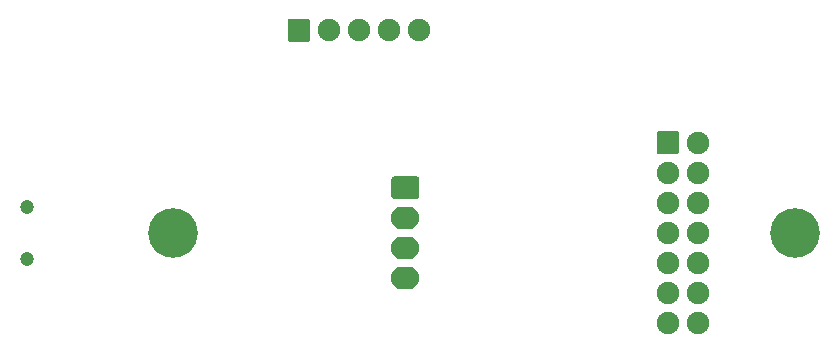
<source format=gbs>
G04 #@! TF.GenerationSoftware,KiCad,Pcbnew,(5.1.10)-1*
G04 #@! TF.CreationDate,2021-07-15T21:28:37+02:00*
G04 #@! TF.ProjectId,MSPBMP,4d535042-4d50-42e6-9b69-6361645f7063,rev?*
G04 #@! TF.SameCoordinates,Original*
G04 #@! TF.FileFunction,Soldermask,Bot*
G04 #@! TF.FilePolarity,Negative*
%FSLAX46Y46*%
G04 Gerber Fmt 4.6, Leading zero omitted, Abs format (unit mm)*
G04 Created by KiCad (PCBNEW (5.1.10)-1) date 2021-07-15 21:28:37*
%MOMM*%
%LPD*%
G01*
G04 APERTURE LIST*
%ADD10C,1.200000*%
%ADD11O,1.900000X1.900000*%
%ADD12C,4.200000*%
%ADD13O,2.390000X1.940000*%
G04 APERTURE END LIST*
D10*
X67675000Y-67650000D03*
X67675000Y-72050000D03*
D11*
X100835000Y-52725000D03*
X98295000Y-52725000D03*
X95755000Y-52725000D03*
X93215000Y-52725000D03*
G36*
G01*
X91525000Y-53675000D02*
X89825000Y-53675000D01*
G75*
G02*
X89725000Y-53575000I0J100000D01*
G01*
X89725000Y-51875000D01*
G75*
G02*
X89825000Y-51775000I100000J0D01*
G01*
X91525000Y-51775000D01*
G75*
G02*
X91625000Y-51875000I0J-100000D01*
G01*
X91625000Y-53575000D01*
G75*
G02*
X91525000Y-53675000I-100000J0D01*
G01*
G37*
D12*
X132715000Y-69850000D03*
X80010000Y-69850000D03*
D13*
X99695000Y-73660000D03*
X99695000Y-71120000D03*
X99695000Y-68580000D03*
G36*
G01*
X98778734Y-65070000D02*
X100611266Y-65070000D01*
G75*
G02*
X100890000Y-65348734I0J-278734D01*
G01*
X100890000Y-66731266D01*
G75*
G02*
X100611266Y-67010000I-278734J0D01*
G01*
X98778734Y-67010000D01*
G75*
G02*
X98500000Y-66731266I0J278734D01*
G01*
X98500000Y-65348734D01*
G75*
G02*
X98778734Y-65070000I278734J0D01*
G01*
G37*
D11*
X124460000Y-77470000D03*
X121920000Y-77470000D03*
X124460000Y-74930000D03*
X121920000Y-74930000D03*
X124460000Y-72390000D03*
X121920000Y-72390000D03*
X124460000Y-69850000D03*
X121920000Y-69850000D03*
X124460000Y-67310000D03*
X121920000Y-67310000D03*
X124460000Y-64770000D03*
X121920000Y-64770000D03*
X124460000Y-62230000D03*
G36*
G01*
X120970000Y-63080000D02*
X120970000Y-61380000D01*
G75*
G02*
X121070000Y-61280000I100000J0D01*
G01*
X122770000Y-61280000D01*
G75*
G02*
X122870000Y-61380000I0J-100000D01*
G01*
X122870000Y-63080000D01*
G75*
G02*
X122770000Y-63180000I-100000J0D01*
G01*
X121070000Y-63180000D01*
G75*
G02*
X120970000Y-63080000I0J100000D01*
G01*
G37*
M02*

</source>
